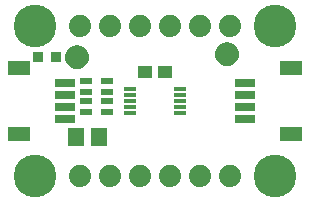
<source format=gbr>
G04 EAGLE Gerber RS-274X export*
G75*
%MOMM*%
%FSLAX34Y34*%
%LPD*%
%INSoldermask Top*%
%IPPOS*%
%AMOC8*
5,1,8,0,0,1.08239X$1,22.5*%
G01*
%ADD10R,1.341600X1.601600*%
%ADD11R,1.176600X1.101600*%
%ADD12R,1.001600X0.551600*%
%ADD13C,1.879600*%
%ADD14C,3.617600*%
%ADD15R,1.651600X0.701600*%
%ADD16R,1.901600X1.301600*%
%ADD17C,1.101600*%
%ADD18C,0.500000*%
%ADD19R,0.901600X0.901600*%
%ADD20R,1.101600X0.351600*%


D10*
X79350Y58420D03*
X60350Y58420D03*
D11*
X118500Y113030D03*
X135500Y113030D03*
D12*
X85970Y105710D03*
X68970Y105710D03*
X85970Y96710D03*
X85970Y88710D03*
X85970Y79710D03*
X68970Y79710D03*
X68970Y96710D03*
X68970Y88710D03*
D13*
X63500Y25400D03*
X88900Y25400D03*
X114300Y25400D03*
X139700Y25400D03*
X165100Y25400D03*
X190500Y25400D03*
D14*
X25400Y152400D03*
X228600Y152400D03*
D15*
X203460Y83900D03*
X203460Y93900D03*
X203460Y73900D03*
X203460Y103900D03*
D16*
X242460Y60900D03*
X242460Y116900D03*
D15*
X50540Y93900D03*
X50540Y83900D03*
X50540Y103900D03*
X50540Y73900D03*
D16*
X11540Y116900D03*
X11540Y60900D03*
D17*
X60960Y125730D03*
D18*
X60960Y133230D02*
X60779Y133228D01*
X60598Y133221D01*
X60417Y133210D01*
X60236Y133195D01*
X60056Y133175D01*
X59876Y133151D01*
X59697Y133123D01*
X59519Y133090D01*
X59342Y133053D01*
X59165Y133012D01*
X58990Y132967D01*
X58815Y132917D01*
X58642Y132863D01*
X58471Y132805D01*
X58300Y132743D01*
X58132Y132676D01*
X57965Y132606D01*
X57799Y132532D01*
X57636Y132453D01*
X57475Y132371D01*
X57315Y132285D01*
X57158Y132195D01*
X57003Y132101D01*
X56850Y132004D01*
X56700Y131902D01*
X56552Y131798D01*
X56406Y131689D01*
X56264Y131578D01*
X56124Y131462D01*
X55987Y131344D01*
X55852Y131222D01*
X55721Y131097D01*
X55593Y130969D01*
X55468Y130838D01*
X55346Y130703D01*
X55228Y130566D01*
X55112Y130426D01*
X55001Y130284D01*
X54892Y130138D01*
X54788Y129990D01*
X54686Y129840D01*
X54589Y129687D01*
X54495Y129532D01*
X54405Y129375D01*
X54319Y129215D01*
X54237Y129054D01*
X54158Y128891D01*
X54084Y128725D01*
X54014Y128558D01*
X53947Y128390D01*
X53885Y128219D01*
X53827Y128048D01*
X53773Y127875D01*
X53723Y127700D01*
X53678Y127525D01*
X53637Y127348D01*
X53600Y127171D01*
X53567Y126993D01*
X53539Y126814D01*
X53515Y126634D01*
X53495Y126454D01*
X53480Y126273D01*
X53469Y126092D01*
X53462Y125911D01*
X53460Y125730D01*
X60960Y133230D02*
X61141Y133228D01*
X61322Y133221D01*
X61503Y133210D01*
X61684Y133195D01*
X61864Y133175D01*
X62044Y133151D01*
X62223Y133123D01*
X62401Y133090D01*
X62578Y133053D01*
X62755Y133012D01*
X62930Y132967D01*
X63105Y132917D01*
X63278Y132863D01*
X63449Y132805D01*
X63620Y132743D01*
X63788Y132676D01*
X63955Y132606D01*
X64121Y132532D01*
X64284Y132453D01*
X64445Y132371D01*
X64605Y132285D01*
X64762Y132195D01*
X64917Y132101D01*
X65070Y132004D01*
X65220Y131902D01*
X65368Y131798D01*
X65514Y131689D01*
X65656Y131578D01*
X65796Y131462D01*
X65933Y131344D01*
X66068Y131222D01*
X66199Y131097D01*
X66327Y130969D01*
X66452Y130838D01*
X66574Y130703D01*
X66692Y130566D01*
X66808Y130426D01*
X66919Y130284D01*
X67028Y130138D01*
X67132Y129990D01*
X67234Y129840D01*
X67331Y129687D01*
X67425Y129532D01*
X67515Y129375D01*
X67601Y129215D01*
X67683Y129054D01*
X67762Y128891D01*
X67836Y128725D01*
X67906Y128558D01*
X67973Y128390D01*
X68035Y128219D01*
X68093Y128048D01*
X68147Y127875D01*
X68197Y127700D01*
X68242Y127525D01*
X68283Y127348D01*
X68320Y127171D01*
X68353Y126993D01*
X68381Y126814D01*
X68405Y126634D01*
X68425Y126454D01*
X68440Y126273D01*
X68451Y126092D01*
X68458Y125911D01*
X68460Y125730D01*
X68458Y125549D01*
X68451Y125368D01*
X68440Y125187D01*
X68425Y125006D01*
X68405Y124826D01*
X68381Y124646D01*
X68353Y124467D01*
X68320Y124289D01*
X68283Y124112D01*
X68242Y123935D01*
X68197Y123760D01*
X68147Y123585D01*
X68093Y123412D01*
X68035Y123241D01*
X67973Y123070D01*
X67906Y122902D01*
X67836Y122735D01*
X67762Y122569D01*
X67683Y122406D01*
X67601Y122245D01*
X67515Y122085D01*
X67425Y121928D01*
X67331Y121773D01*
X67234Y121620D01*
X67132Y121470D01*
X67028Y121322D01*
X66919Y121176D01*
X66808Y121034D01*
X66692Y120894D01*
X66574Y120757D01*
X66452Y120622D01*
X66327Y120491D01*
X66199Y120363D01*
X66068Y120238D01*
X65933Y120116D01*
X65796Y119998D01*
X65656Y119882D01*
X65514Y119771D01*
X65368Y119662D01*
X65220Y119558D01*
X65070Y119456D01*
X64917Y119359D01*
X64762Y119265D01*
X64605Y119175D01*
X64445Y119089D01*
X64284Y119007D01*
X64121Y118928D01*
X63955Y118854D01*
X63788Y118784D01*
X63620Y118717D01*
X63449Y118655D01*
X63278Y118597D01*
X63105Y118543D01*
X62930Y118493D01*
X62755Y118448D01*
X62578Y118407D01*
X62401Y118370D01*
X62223Y118337D01*
X62044Y118309D01*
X61864Y118285D01*
X61684Y118265D01*
X61503Y118250D01*
X61322Y118239D01*
X61141Y118232D01*
X60960Y118230D01*
X60779Y118232D01*
X60598Y118239D01*
X60417Y118250D01*
X60236Y118265D01*
X60056Y118285D01*
X59876Y118309D01*
X59697Y118337D01*
X59519Y118370D01*
X59342Y118407D01*
X59165Y118448D01*
X58990Y118493D01*
X58815Y118543D01*
X58642Y118597D01*
X58471Y118655D01*
X58300Y118717D01*
X58132Y118784D01*
X57965Y118854D01*
X57799Y118928D01*
X57636Y119007D01*
X57475Y119089D01*
X57315Y119175D01*
X57158Y119265D01*
X57003Y119359D01*
X56850Y119456D01*
X56700Y119558D01*
X56552Y119662D01*
X56406Y119771D01*
X56264Y119882D01*
X56124Y119998D01*
X55987Y120116D01*
X55852Y120238D01*
X55721Y120363D01*
X55593Y120491D01*
X55468Y120622D01*
X55346Y120757D01*
X55228Y120894D01*
X55112Y121034D01*
X55001Y121176D01*
X54892Y121322D01*
X54788Y121470D01*
X54686Y121620D01*
X54589Y121773D01*
X54495Y121928D01*
X54405Y122085D01*
X54319Y122245D01*
X54237Y122406D01*
X54158Y122569D01*
X54084Y122735D01*
X54014Y122902D01*
X53947Y123070D01*
X53885Y123241D01*
X53827Y123412D01*
X53773Y123585D01*
X53723Y123760D01*
X53678Y123935D01*
X53637Y124112D01*
X53600Y124289D01*
X53567Y124467D01*
X53539Y124646D01*
X53515Y124826D01*
X53495Y125006D01*
X53480Y125187D01*
X53469Y125368D01*
X53462Y125549D01*
X53460Y125730D01*
D17*
X187960Y128270D03*
D18*
X187960Y135770D02*
X187779Y135768D01*
X187598Y135761D01*
X187417Y135750D01*
X187236Y135735D01*
X187056Y135715D01*
X186876Y135691D01*
X186697Y135663D01*
X186519Y135630D01*
X186342Y135593D01*
X186165Y135552D01*
X185990Y135507D01*
X185815Y135457D01*
X185642Y135403D01*
X185471Y135345D01*
X185300Y135283D01*
X185132Y135216D01*
X184965Y135146D01*
X184799Y135072D01*
X184636Y134993D01*
X184475Y134911D01*
X184315Y134825D01*
X184158Y134735D01*
X184003Y134641D01*
X183850Y134544D01*
X183700Y134442D01*
X183552Y134338D01*
X183406Y134229D01*
X183264Y134118D01*
X183124Y134002D01*
X182987Y133884D01*
X182852Y133762D01*
X182721Y133637D01*
X182593Y133509D01*
X182468Y133378D01*
X182346Y133243D01*
X182228Y133106D01*
X182112Y132966D01*
X182001Y132824D01*
X181892Y132678D01*
X181788Y132530D01*
X181686Y132380D01*
X181589Y132227D01*
X181495Y132072D01*
X181405Y131915D01*
X181319Y131755D01*
X181237Y131594D01*
X181158Y131431D01*
X181084Y131265D01*
X181014Y131098D01*
X180947Y130930D01*
X180885Y130759D01*
X180827Y130588D01*
X180773Y130415D01*
X180723Y130240D01*
X180678Y130065D01*
X180637Y129888D01*
X180600Y129711D01*
X180567Y129533D01*
X180539Y129354D01*
X180515Y129174D01*
X180495Y128994D01*
X180480Y128813D01*
X180469Y128632D01*
X180462Y128451D01*
X180460Y128270D01*
X187960Y135770D02*
X188141Y135768D01*
X188322Y135761D01*
X188503Y135750D01*
X188684Y135735D01*
X188864Y135715D01*
X189044Y135691D01*
X189223Y135663D01*
X189401Y135630D01*
X189578Y135593D01*
X189755Y135552D01*
X189930Y135507D01*
X190105Y135457D01*
X190278Y135403D01*
X190449Y135345D01*
X190620Y135283D01*
X190788Y135216D01*
X190955Y135146D01*
X191121Y135072D01*
X191284Y134993D01*
X191445Y134911D01*
X191605Y134825D01*
X191762Y134735D01*
X191917Y134641D01*
X192070Y134544D01*
X192220Y134442D01*
X192368Y134338D01*
X192514Y134229D01*
X192656Y134118D01*
X192796Y134002D01*
X192933Y133884D01*
X193068Y133762D01*
X193199Y133637D01*
X193327Y133509D01*
X193452Y133378D01*
X193574Y133243D01*
X193692Y133106D01*
X193808Y132966D01*
X193919Y132824D01*
X194028Y132678D01*
X194132Y132530D01*
X194234Y132380D01*
X194331Y132227D01*
X194425Y132072D01*
X194515Y131915D01*
X194601Y131755D01*
X194683Y131594D01*
X194762Y131431D01*
X194836Y131265D01*
X194906Y131098D01*
X194973Y130930D01*
X195035Y130759D01*
X195093Y130588D01*
X195147Y130415D01*
X195197Y130240D01*
X195242Y130065D01*
X195283Y129888D01*
X195320Y129711D01*
X195353Y129533D01*
X195381Y129354D01*
X195405Y129174D01*
X195425Y128994D01*
X195440Y128813D01*
X195451Y128632D01*
X195458Y128451D01*
X195460Y128270D01*
X195458Y128089D01*
X195451Y127908D01*
X195440Y127727D01*
X195425Y127546D01*
X195405Y127366D01*
X195381Y127186D01*
X195353Y127007D01*
X195320Y126829D01*
X195283Y126652D01*
X195242Y126475D01*
X195197Y126300D01*
X195147Y126125D01*
X195093Y125952D01*
X195035Y125781D01*
X194973Y125610D01*
X194906Y125442D01*
X194836Y125275D01*
X194762Y125109D01*
X194683Y124946D01*
X194601Y124785D01*
X194515Y124625D01*
X194425Y124468D01*
X194331Y124313D01*
X194234Y124160D01*
X194132Y124010D01*
X194028Y123862D01*
X193919Y123716D01*
X193808Y123574D01*
X193692Y123434D01*
X193574Y123297D01*
X193452Y123162D01*
X193327Y123031D01*
X193199Y122903D01*
X193068Y122778D01*
X192933Y122656D01*
X192796Y122538D01*
X192656Y122422D01*
X192514Y122311D01*
X192368Y122202D01*
X192220Y122098D01*
X192070Y121996D01*
X191917Y121899D01*
X191762Y121805D01*
X191605Y121715D01*
X191445Y121629D01*
X191284Y121547D01*
X191121Y121468D01*
X190955Y121394D01*
X190788Y121324D01*
X190620Y121257D01*
X190449Y121195D01*
X190278Y121137D01*
X190105Y121083D01*
X189930Y121033D01*
X189755Y120988D01*
X189578Y120947D01*
X189401Y120910D01*
X189223Y120877D01*
X189044Y120849D01*
X188864Y120825D01*
X188684Y120805D01*
X188503Y120790D01*
X188322Y120779D01*
X188141Y120772D01*
X187960Y120770D01*
X187779Y120772D01*
X187598Y120779D01*
X187417Y120790D01*
X187236Y120805D01*
X187056Y120825D01*
X186876Y120849D01*
X186697Y120877D01*
X186519Y120910D01*
X186342Y120947D01*
X186165Y120988D01*
X185990Y121033D01*
X185815Y121083D01*
X185642Y121137D01*
X185471Y121195D01*
X185300Y121257D01*
X185132Y121324D01*
X184965Y121394D01*
X184799Y121468D01*
X184636Y121547D01*
X184475Y121629D01*
X184315Y121715D01*
X184158Y121805D01*
X184003Y121899D01*
X183850Y121996D01*
X183700Y122098D01*
X183552Y122202D01*
X183406Y122311D01*
X183264Y122422D01*
X183124Y122538D01*
X182987Y122656D01*
X182852Y122778D01*
X182721Y122903D01*
X182593Y123031D01*
X182468Y123162D01*
X182346Y123297D01*
X182228Y123434D01*
X182112Y123574D01*
X182001Y123716D01*
X181892Y123862D01*
X181788Y124010D01*
X181686Y124160D01*
X181589Y124313D01*
X181495Y124468D01*
X181405Y124625D01*
X181319Y124785D01*
X181237Y124946D01*
X181158Y125109D01*
X181084Y125275D01*
X181014Y125442D01*
X180947Y125610D01*
X180885Y125781D01*
X180827Y125952D01*
X180773Y126125D01*
X180723Y126300D01*
X180678Y126475D01*
X180637Y126652D01*
X180600Y126829D01*
X180567Y127007D01*
X180539Y127186D01*
X180515Y127366D01*
X180495Y127546D01*
X180480Y127727D01*
X180469Y127908D01*
X180462Y128089D01*
X180460Y128270D01*
D14*
X25400Y25400D03*
X228600Y25400D03*
D19*
X28060Y125730D03*
X43060Y125730D03*
D20*
X105869Y98900D03*
X105869Y93900D03*
X105869Y88900D03*
X105869Y83900D03*
X105869Y78900D03*
X148131Y78900D03*
X148131Y83900D03*
X148131Y88900D03*
X148131Y93900D03*
X148131Y98900D03*
D13*
X63500Y152400D03*
X88900Y152400D03*
X114300Y152400D03*
X139700Y152400D03*
X165100Y152400D03*
X190500Y152400D03*
M02*

</source>
